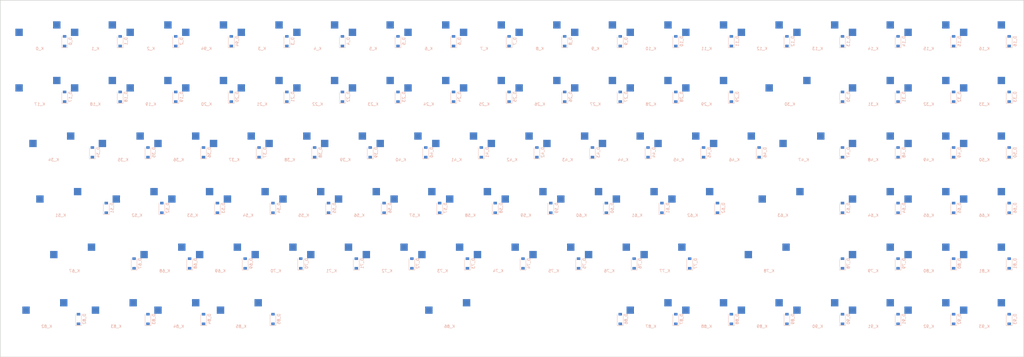
<source format=kicad_pcb>
(kicad_pcb (version 20240108) (generator "pcbnew") (generator_version "8.0")
  (layers (0 "F.Cu" signal) (31 "B.Cu" signal) (34 "B.Paste" user) (35 "F.Paste" user) (36 "B.SilkS" user "B.Silkscreen") (37 "F.SilkS" user "F.Silkscreen") (38 "B.Mask" user) (39 "F.Mask" user) (44 "Edge.Cuts" user))
  (net 0 "")
  (net 1 "col0")
  (net 2 "col1")
  (net 3 "col2")
  (net 4 "col3")
  (net 5 "col4")
  (net 6 "col5")
  (net 7 "col6")
  (net 8 "col7")
  (net 9 "col8")
  (net 10 "col9")
  (net 11 "col10")
  (net 12 "col11")
  (net 13 "col12")
  (net 14 "col13")
  (net 15 "col14")
  (net 16 "col15")
  (net 17 "col16")
  (net 18 "col17")
  (net 19 "row0")
  (net 20 "row1")
  (net 21 "row2")
  (net 22 "row3")
  (net 23 "row4")
  (net 24 "row5")
  (net 25 "Net-(D_0-A)")
  (net 26 "Net-(D_1-A)")
  (net 27 "Net-(D_2-A)")
  (net 28 "Net-(D_3-A)")
  (net 29 "Net-(D_4-A)")
  (net 30 "Net-(D_5-A)")
  (net 31 "Net-(D_6-A)")
  (net 32 "Net-(D_7-A)")
  (net 33 "Net-(D_8-A)")
  (net 34 "Net-(D_9-A)")
  (net 35 "Net-(D_10-A)")
  (net 36 "Net-(D_11-A)")
  (net 37 "Net-(D_12-A)")
  (net 38 "Net-(D_13-A)")
  (net 39 "Net-(D_14-A)")
  (net 40 "Net-(D_15-A)")
  (net 41 "Net-(D_16-A)")
  (net 42 "Net-(D_17-A)")
  (net 43 "Net-(D_18-A)")
  (net 44 "Net-(D_19-A)")
  (net 45 "Net-(D_20-A)")
  (net 46 "Net-(D_21-A)")
  (net 47 "Net-(D_22-A)")
  (net 48 "Net-(D_23-A)")
  (net 49 "Net-(D_24-A)")
  (net 50 "Net-(D_25-A)")
  (net 51 "Net-(D_26-A)")
  (net 52 "Net-(D_27-A)")
  (net 53 "Net-(D_28-A)")
  (net 54 "Net-(D_29-A)")
  (net 55 "Net-(D_30-A)")
  (net 56 "Net-(D_31-A)")
  (net 57 "Net-(D_32-A)")
  (net 58 "Net-(D_33-A)")
  (net 59 "Net-(D_34-A)")
  (net 60 "Net-(D_35-A)")
  (net 61 "Net-(D_36-A)")
  (net 62 "Net-(D_37-A)")
  (net 63 "Net-(D_38-A)")
  (net 64 "Net-(D_39-A)")
  (net 65 "Net-(D_40-A)")
  (net 66 "Net-(D_41-A)")
  (net 67 "Net-(D_42-A)")
  (net 68 "Net-(D_43-A)")
  (net 69 "Net-(D_44-A)")
  (net 70 "Net-(D_45-A)")
  (net 71 "Net-(D_46-A)")
  (net 72 "Net-(D_47-A)")
  (net 73 "Net-(D_48-A)")
  (net 74 "Net-(D_49-A)")
  (net 75 "Net-(D_50-A)")
  (net 76 "Net-(D_51-A)")
  (net 77 "Net-(D_52-A)")
  (net 78 "Net-(D_53-A)")
  (net 79 "Net-(D_54-A)")
  (net 80 "Net-(D_55-A)")
  (net 81 "Net-(D_56-A)")
  (net 82 "Net-(D_57-A)")
  (net 83 "Net-(D_58-A)")
  (net 84 "Net-(D_59-A)")
  (net 85 "Net-(D_60-A)")
  (net 86 "Net-(D_61-A)")
  (net 87 "Net-(D_62-A)")
  (net 88 "Net-(D_63-A)")
  (net 89 "Net-(D_64-A)")
  (net 90 "Net-(D_65-A)")
  (net 91 "Net-(D_66-A)")
  (net 92 "Net-(D_67-A)")
  (net 93 "Net-(D_68-A)")
  (net 94 "Net-(D_69-A)")
  (net 95 "Net-(D_70-A)")
  (net 96 "Net-(D_71-A)")
  (net 97 "Net-(D_72-A)")
  (net 98 "Net-(D_73-A)")
  (net 99 "Net-(D_74-A)")
  (net 100 "Net-(D_75-A)")
  (net 101 "Net-(D_76-A)")
  (net 102 "Net-(D_77-A)")
  (net 103 "Net-(D_78-A)")
  (net 104 "Net-(D_79-A)")
  (net 105 "Net-(D_80-A)")
  (net 106 "Net-(D_81-A)")
  (net 107 "Net-(D_82-A)")
  (net 108 "Net-(D_83-A)")
  (net 109 "Net-(D_84-A)")
  (net 110 "Net-(D_85-A)")
  (net 111 "Net-(D_86-A)")
  (net 112 "Net-(D_87-A)")
  (net 113 "Net-(D_88-A)")
  (net 114 "Net-(D_89-A)")
  (net 115 "Net-(D_90-A)")
  (net 116 "Net-(D_91-A)")
  (net 117 "Net-(D_92-A)")
  (net 118 "Net-(D_93-A)")
  (net 119 "Net-(D_94-A)")
  (footprint "MX_Only:MXOnly-1U-Hotswap" (layer "F.Cu") (at 163.085 45.44)
    (property "Reference" "K_4")
    (property "Value" "KEYSW")
  )
  (footprint "MX_Only:MXOnly-1U-Hotswap" (layer "F.Cu") (at 372.635 140.69)
    (property "Reference" "K_92")
    (property "Value" "KEYSW")
  )
  (footprint "MX_Only:MXOnly-1U-Hotswap" (layer "F.Cu") (at 391.685 140.69)
    (property "Reference" "K_93")
    (property "Value" "KEYSW")
  )
  (footprint "MX_Only:MXOnly-1U-Hotswap" (layer "F.Cu") (at 272.6225 102.59)
    (property "Reference" "K_61")
    (property "Value" "KEYSW")
  )
  (footprint "MX_Only:MXOnly-1U-Hotswap" (layer "F.Cu") (at 282.1475 121.64)
    (property "Reference" "K_77")
    (property "Value" "KEYSW")
  )
  (footprint "MX_Only:MXOnly-1U-Hotswap" (layer "F.Cu") (at 267.86 83.54)
    (property "Reference" "K_44")
    (property "Value" "KEYSW")
  )
  (footprint "MX_Only:MXOnly-1U-Hotswap" (layer "F.Cu") (at 124.985 64.49)
    (property "Reference" "K_20")
    (property "Value" "KEYSW")
  )
  (footprint "MX_Only:MXOnly-1U-Hotswap" (layer "F.Cu") (at 258.335 45.44)
    (property "Reference" "K_9")
    (property "Value" "KEYSW")
  )
  (footprint "MX_Only:MXOnly-1U-Hotswap" (layer "F.Cu") (at 239.285 64.49)
    (property "Reference" "K_26")
    (property "Value" "KEYSW")
  )
  (footprint "MX_Only:MXOnly-2.75U-Hotswap" (layer "F.Cu") (at 317.86625 121.64)
    (property "Reference" "K_78")
    (property "Value" "KEYSW")
  )
  (footprint "MX_Only:MXOnly-1U-Hotswap" (layer "F.Cu") (at 372.635 102.59)
    (property "Reference" "K_65")
    (property "Value" "KEYSW")
  )
  (footprint "MX_Only:MXOnly-1U-Hotswap" (layer "F.Cu") (at 158.3225 102.59)
    (property "Reference" "K_55")
    (property "Value" "KEYSW")
  )
  (footprint "MX_Only:MXOnly-1U-Hotswap" (layer "F.Cu") (at 182.135 64.49)
    (property "Reference" "K_23")
    (property "Value" "KEYSW")
  )
  (footprint "MX_Only:MXOnly-1U-Hotswap" (layer "F.Cu") (at 172.61 83.54)
    (property "Reference" "K_39")
    (property "Value" "KEYSW")
  )
  (footprint "MX_Only:MXOnly-6.25U-Hotswap" (layer "F.Cu") (at 208.32875 140.69)
    (property "Reference" "K_86")
    (property "Value" "KEYSW")
  )
  (footprint "MX_Only:MXOnly-1U-Hotswap" (layer "F.Cu") (at 144.035 64.49)
    (property "Reference" "K_21")
    (property "Value" "KEYSW")
  )
  (footprint "MX_Only:MXOnly-1U-Hotswap" (layer "F.Cu") (at 291.6725 102.59)
    (property "Reference" "K_62")
    (property "Value" "KEYSW")
  )
  (footprint "MX_Only:MXOnly-1U-Hotswap" (layer "F.Cu") (at 220.235 64.49)
    (property "Reference" "K_25")
    (property "Value" "KEYSW")
  )
  (footprint "MX_Only:MXOnly-1U-Hotswap" (layer "F.Cu") (at 229.76 83.54)
    (property "Reference" "K_42")
    (property "Value" "KEYSW")
  )
  (footprint "MX_Only:MXOnly-1U-Hotswap" (layer "F.Cu") (at 263.0975 121.64)
    (property "Reference" "K_76")
    (property "Value" "KEYSW")
  )
  (footprint "MX_Only:MXOnly-1U-Hotswap" (layer "F.Cu") (at 191.66 83.54)
    (property "Reference" "K_40")
    (property "Value" "KEYSW")
  )
  (footprint "MX_Only:MXOnly-1U-Hotswap" (layer "F.Cu") (at 101.1725 102.59)
    (property "Reference" "K_52")
    (property "Value" "KEYSW")
  )
  (footprint "MX_Only:MXOnly-1U-Hotswap" (layer "F.Cu") (at 124.985 45.44)
    (property "Reference" "K_94")
    (property "Value" "KEYSW")
  )
  (footprint "MX_Only:MXOnly-1U-Hotswap" (layer "F.Cu") (at 296.435 140.69)
    (property "Reference" "K_88")
    (property "Value" "KEYSW")
  )
  (footprint "MX_Only:MXOnly-1U-Hotswap" (layer "F.Cu") (at 315.485 45.44)
    (property "Reference" "K_12")
    (property "Value" "KEYSW")
  )
  (footprint "MX_Only:MXOnly-2.25U-Hotswap" (layer "F.Cu") (at 79.74125 121.64)
    (property "Reference" "K_67")
    (property "Value" "KEYSW")
  )
  (footprint "MX_Only:MXOnly-1U-Hotswap" (layer "F.Cu") (at 253.5725 102.59)
    (property "Reference" "K_60")
    (property "Value" "KEYSW")
  )
  (footprint "MX_Only:MXOnly-1U-Hotswap" (layer "F.Cu") (at 201.185 64.49)
    (property "Reference" "K_24")
    (property "Value" "KEYSW")
  )
  (footprint "MX_Only:MXOnly-1U-Hotswap" (layer "F.Cu") (at 186.8975 121.64)
    (property "Reference" "K_72")
    (property "Value" "KEYSW")
  )
  (footprint "MX_Only:MXOnly-1U-Hotswap" (layer "F.Cu") (at 120.2225 102.59)
    (property "Reference" "K_53")
    (property "Value" "KEYSW")
  )
  (footprint "MX_Only:MXOnly-1U-Hotswap" (layer "F.Cu") (at 215.4725 102.59)
    (property "Reference" "K_58")
    (property "Value" "KEYSW")
  )
  (footprint "MX_Only:MXOnly-1U-Hotswap" (layer "F.Cu") (at 391.685 45.44)
    (property "Reference" "K_16")
    (property "Value" "KEYSW")
  )
  (footprint "MX_Only:MXOnly-1U-Hotswap" (layer "F.Cu") (at 210.71 83.54)
    (property "Reference" "K_41")
    (property "Value" "KEYSW")
  )
  (footprint "MX_Only:MXOnly-1U-Hotswap" (layer "F.Cu") (at 67.835 64.49)
    (property "Reference" "K_17")
    (property "Value" "KEYSW")
  )
  (footprint "MX_Only:MXOnly-1U-Hotswap" (layer "F.Cu") (at 67.835 45.44)
    (property "Reference" "K_0")
    (property "Value" "KEYSW")
  )
  (footprint "MX_Only:MXOnly-1U-Hotswap" (layer "F.Cu") (at 353.585 45.44)
    (property "Reference" "K_14")
    (property "Value" "KEYSW")
  )
  (footprint "MX_Only:MXOnly-1U-Hotswap" (layer "F.Cu") (at 105.935 45.44)
    (property "Reference" "K_2")
    (property "Value" "KEYSW")
  )
  (footprint "MX_Only:MXOnly-1U-Hotswap" (layer "F.Cu") (at 334.535 45.44)
    (property "Reference" "K_13")
    (property "Value" "KEYSW")
  )
  (footprint "MX_Only:MXOnly-1.25U-Hotswap" (layer "F.Cu") (at 94.02875 140.69)
    (property "Reference" "K_83")
    (property "Value" "KEYSW")
  )
  (footprint "MX_Only:MXOnly-1U-Hotswap" (layer "F.Cu") (at 234.5225 102.59)
    (property "Reference" "K_59")
    (property "Value" "KEYSW")
  )
  (footprint "MX_Only:MXOnly-1U-Hotswap" (layer "F.Cu") (at 334.535 140.69)
    (property "Reference" "K_90")
    (property "Value" "KEYSW")
  )
  (footprint "MX_Only:MXOnly-1U-Hotswap" (layer "F.Cu") (at 148.7975 121.64)
    (property "Reference" "K_70")
    (property "Value" "KEYSW")
  )
  (footprint "MX_Only:MXOnly-1U-Hotswap" (layer "F.Cu") (at 115.46 83.54)
    (property "Reference" "K_36")
    (property "Value" "KEYSW")
  )
  (footprint "MX_Only:MXOnly-1U-Hotswap" (layer "F.Cu") (at 286.91 83.54)
    (property "Reference" "K_45")
    (property "Value" "KEYSW")
  )
  (footprint "MX_Only:MXOnly-1U-Hotswap" (layer "F.Cu") (at 305.96 83.54)
    (property "Reference" "K_46")
    (property "Value" "KEYSW")
  )
  (footprint "MX_Only:MXOnly-1.25U-Hotswap" (layer "F.Cu") (at 70.21625 140.69)
    (property "Reference" "K_82")
    (property "Value" "KEYSW")
  )
  (footprint "MX_Only:MXOnly-1U-Hotswap" (layer "F.Cu") (at 391.685 64.49)
    (property "Reference" "K_33")
    (property "Value" "KEYSW")
  )
  (footprint "MX_Only:MXOnly-1U-Hotswap" (layer "F.Cu") (at 167.8475 121.64)
    (property "Reference" "K_71")
    (property "Value" "KEYSW")
  )
  (footprint "MX_Only:MXOnly-1U-Hotswap" (layer "F.Cu") (at 353.585 121.64)
    (property "Reference" "K_79")
    (property "Value" "KEYSW")
  )
  (footprint "MX_Only:MXOnly-1U-Hotswap" (layer "F.Cu") (at 86.885 45.44)
    (property "Reference" "K_1")
    (property "Value" "KEYSW")
  )
  (footprint "MX_Only:MXOnly-1U-Hotswap" (layer "F.Cu") (at 372.635 45.44)
    (property "Reference" "K_15")
    (property "Value" "KEYSW")
  )
  (footprint "MX_Only:MXOnly-1U-Hotswap" (layer "F.Cu") (at 391.685 102.59)
    (property "Reference" "K_66")
    (property "Value" "KEYSW")
  )
  (footprint "MX_Only:MXOnly-1U-Hotswap" (layer "F.Cu") (at 244.0475 121.64)
    (property "Reference" "K_75")
    (property "Value" "KEYSW")
  )
  (footprint "MX_Only:MXOnly-1.5U-Hotswap" (layer "F.Cu") (at 72.5975 83.54)
    (property "Reference" "K_34")
    (property "Value" "KEYSW")
  )
  (footprint "MX_Only:MXOnly-1.5U-Hotswap" (layer "F.Cu") (at 329.7725 83.54)
    (property "Reference" "K_47")
    (property "Value" "KEYSW")
  )
  (footprint "MX_Only:MXOnly-1U-Hotswap" (layer "F.Cu") (at 296.435 64.49)
    (property "Reference" "K_29")
    (property "Value" "KEYSW")
  )
  (footprint "MX_Only:MXOnly-1U-Hotswap" (layer "F.Cu") (at 315.485 140.69)
    (property "Reference" "K_89")
    (property "Value" "KEYSW")
  )
  (footprint "MX_Only:MXOnly-1U-Hotswap" (layer "F.Cu") (at 134.51 83.54)
    (property "Reference" "K_37")
    (property "Value" "KEYSW")
  )
  (footprint "MX_Only:MXOnly-1U-Hotswap" (layer "F.Cu") (at 353.585 140.69)
    (property "Reference" "K_91")
    (property "Value" "KEYSW")
  )
  (footprint "MX_Only:MXOnly-1U-Hotswap" (layer "F.Cu") (at 372.635 83.54)
    (property "Reference" "K_49")
    (property "Value" "KEYSW")
  )
  (footprint "MX_Only:MXOnly-1U-Hotswap" (layer "F.Cu") (at 353.585 64.49)
    (property "Reference" "K_31")
    (property "Value" "KEYSW")
  )
  (footprint "MX_Only:MXOnly-2.25U-Hotswap" (layer "F.Cu") (at 322.62875 102.59)
    (property "Reference" "K_63")
    (property "Value" "KEYSW")
  )
  (footprint "MX_Only:MXOnly-1U-Hotswap" (layer "F.Cu") (at 144.035 45.44)
    (property "Reference" "K_3")
    (property "Value" "KEYSW")
  )
  (footprint "MX_Only:MXOnly-1U-Hotswap" (layer "F.Cu") (at 96.41 83.54)
    (property "Reference" "K_35")
    (property "Value" "KEYSW")
  )
  (footprint "MX_Only:MXOnly-1U-Hotswap" (layer "F.Cu") (at 177.3725 102.59)
    (property "Reference" "K_56")
    (property "Value" "KEYSW")
  )
  (footprint "MX_Only:MXOnly-1U-Hotswap" (layer "F.Cu") (at 277.385 140.69)
    (property "Reference" "K_87")
    (property "Value" "KEYSW")
  )
  (footprint "MX_Only:MXOnly-1U-Hotswap" (layer "F.Cu") (at 258.335 64.49)
    (property "Reference" "K_27")
    (property "Value" "KEYSW")
  )
  (footprint "MX_Only:MXOnly-1U-Hotswap" (layer "F.Cu") (at 296.435 45.44)
    (property "Reference" "K_11")
    (property "Value" "KEYSW")
  )
  (footprint "MX_Only:MXOnly-1U-Hotswap" (layer "F.Cu") (at 248.81 83.54)
    (property "Reference" "K_43")
    (property "Value" "KEYSW")
  )
  (footprint "MX_Only:MXOnly-1U-Hotswap" (layer "F.Cu") (at 153.56 83.54)
    (property "Reference" "K_38")
    (property "Value" "KEYSW")
  )
  (footprint "MX_Only:MXOnly-1U-Hotswap" (layer "F.Cu") (at 163.085 64.49)
    (property "Reference" "K_22")
    (property "Value" "KEYSW")
  )
  (footprint "MX_Only:MXOnly-1U-Hotswap" (layer "F.Cu") (at 86.885 64.49)
    (property "Reference" "K_18")
    (property "Value" "KEYSW")
  )
  (footprint "MX_Only:MXOnly-1U-Hotswap" (layer "F.Cu") (at 353.585 102.59)
    (property "Reference" "K_64")
    (property "Value" "KEYSW")
  )
  (footprint "MX_Only:MXOnly-1U-Hotswap" (layer "F.Cu") (at 391.685 83.54)
    (property "Reference" "K_50")
    (property "Value" "KEYSW")
  )
  (footprint "MX_Only:MXOnly-1U-Hotswap" (layer "F.Cu") (at 277.385 64.49)
    (property "Reference" "K_28")
    (property "Value" "KEYSW")
  )
  (footprint "MX_Only:MXOnly-1.75U-Hotswap" (layer "F.Cu") (at 74.97875 102.59)
    (property "Reference" "K_51")
    (property "Value" "KEYSW")
  )
  (footprint "MX_Only:MXOnly-1U-Hotswap" (layer "F.Cu") (at 353.585 83.54)
    (property "Reference" "K_48")
    (property "Value" "KEYSW")
  )
  (footprint "MX_Only:MXOnly-1U-Hotswap" (layer "F.Cu") (at 115.46 140.69)
    (property "Reference" "K_84")
    (property "Value" "KEYSW")
  )
  (footprint "MX_Only:MXOnly-1U-Hotswap" (layer "F.Cu") (at 220.235 45.44)
    (property "Reference" "K_7")
    (property "Value" "KEYSW")
  )
  (footprint "MX_Only:MXOnly-1U-Hotswap" (layer "F.Cu") (at 139.2725 102.59)
    (property "Reference" "K_54")
    (property "Value" "KEYSW")
  )
  (footprint "MX_Only:MXOnly-1U-Hotswap" (layer "F.Cu") (at 182.135 45.44)
    (property "Reference" "K_5")
    (property "Value" "KEYSW")
  )
  (footprint "MX_Only:MXOnly-1U-Hotswap" (layer "F.Cu") (at 129.7475 121.64)
    (property "Reference" "K_69")
    (property "Value" "KEYSW")
  )
  (footprint "MX_Only:MXOnly-1U-Hotswap" (layer "F.Cu") (at 105.935 64.49)
    (property "Reference" "K_19")
    (property "Value" "KEYSW")
  )
  (footprint "MX_Only:MXOnly-2U-Hotswap" (layer "F.Cu") (at 325.01 64.49)
    (property "Reference" "K_30")
    (property "Value" "KEYSW")
  )
  (footprint "MX_Only:MXOnly-1U-Hotswap" (layer "F.Cu") (at 224.9975 121.64)
    (property "Reference" "K_74")
    (property "Value" "KEYSW")
  )
  (footprint "MX_Only:MXOnly-1U-Hotswap" (layer "F.Cu") (at 110.6975 121.64)
    (property "Reference" "K_68")
    (property "Value" "KEYSW")
  )
  (footprint "MX_Only:MXOnly-1U-Hotswap" (layer "F.Cu") (at 205.9475 121.64)
    (property "Reference" "K_73")
    (property "Value" "KEYSW")
  )
  (footprint "MX_Only:MXOnly-1U-Hotswap" (layer "F.Cu") (at 372.635 121.64)
    (property "Reference" "K_80")
    (property "Value" "KEYSW")
  )
  (footprint "MX_Only:MXOnly-1U-Hotswap" (layer "F.Cu") (at 277.385 45.44)
    (property "Reference" "K_10")
    (property "Value" "KEYSW")
  )
  (footprint "MX_Only:MXOnly-1U-Hotswap" (layer "F.Cu") (at 196.4225 102.59)
    (property "Reference" "K_57")
    (property "Value" "KEYSW")
  )
  (footprint "MX_Only:MXOnly-1U-Hotswap" (layer "F.Cu") (at 239.285 45.44)
    (property "Reference" "K_8")
    (property "Value" "KEYSW")
  )
  (footprint "MX_Only:MXOnly-1U-Hotswap" (layer "F.Cu") (at 372.635 64.49)
    (property "Reference" "K_32")
    (property "Value" "KEYSW")
  )
  (footprint "MX_Only:MXOnly-1U-Hotswap" (layer "F.Cu") (at 391.685 121.64)
    (property "Reference" "K_81")
    (property "Value" "KEYSW")
  )
  (footprint "MX_Only:MXOnly-1.25U-Hotswap" (layer "F.Cu") (at 136.89125 140.69)
    (property "Reference" "K_85")
    (property "Value" "KEYSW")
  )
  (footprint "MX_Only:MXOnly-1U-Hotswap" (layer "F.Cu") (at 201.185 45.44)
    (property "Reference" "K_6")
    (property "Value" "KEYSW")
  )
  (footprint "Diode_SMD:D_SOD-123" (layer "B.Cu") (at 266.86 64.99 90)
    (property "Reference" "D_27")
    (property "Value" "D")
  )
  (footprint "Diode_SMD:D_SOD-123" (layer "B.Cu") (at 171.61 45.94 90)
    (property "Reference" "D_4")
    (property "Value" "D")
  )
  (footprint "Diode_SMD:D_SOD-123" (layer "B.Cu") (at 200.185 84.04 90)
    (property "Reference" "D_40")
    (property "Value" "D")
  )
  (footprint "Diode_SMD:D_SOD-123" (layer "B.Cu") (at 285.91 141.19 90)
    (property "Reference" "D_87")
    (property "Value" "D")
  )
  (footprint "Diode_SMD:D_SOD-123" (layer "B.Cu") (at 81.1225 141.19 90)
    (property "Reference" "D_82")
    (property "Value" "D")
  )
  (footprint "Diode_SMD:D_SOD-123" (layer "B.Cu") (at 400.21 103.09 90)
    (property "Reference" "D_66")
    (property "Value" "D")
  )
  (footprint "Diode_SMD:D_SOD-123" (layer "B.Cu") (at 400.21 84.04 90)
    (property "Reference" "D_50")
    (property "Value" "D")
  )
  (footprint "Diode_SMD:D_SOD-123" (layer "B.Cu") (at 185.8975 103.09 90)
    (property "Reference" "D_56")
    (property "Value" "D")
  )
  (footprint "Diode_SMD:D_SOD-123" (layer "B.Cu") (at 324.01 45.94 90)
    (property "Reference" "D_12")
    (property "Value" "D")
  )
  (footprint "Diode_SMD:D_SOD-123" (layer "B.Cu") (at 343.06 64.99 90)
    (property "Reference" "D_30")
    (property "Value" "D")
  )
  (footprint "Diode_SMD:D_SOD-123" (layer "B.Cu") (at 133.51 64.99 90)
    (property "Reference" "D_20")
    (property "Value" "D")
  )
  (footprint "Diode_SMD:D_SOD-123" (layer "B.Cu") (at 343.06 84.04 90)
    (property "Reference" "D_47")
    (property "Value" "D")
  )
  (footprint "Diode_SMD:D_SOD-123" (layer "B.Cu") (at 123.985 84.04 90)
    (property "Reference" "D_36")
    (property "Value" "D")
  )
  (footprint "Diode_SMD:D_SOD-123" (layer "B.Cu") (at 90.6475 103.09 90)
    (property "Reference" "D_51")
    (property "Value" "D")
  )
  (footprint "Diode_SMD:D_SOD-123" (layer "B.Cu") (at 247.81 45.94 90)
    (property "Reference" "D_8")
    (property "Value" "D")
  )
  (footprint "Diode_SMD:D_SOD-123" (layer "B.Cu") (at 381.16 141.19 90)
    (property "Reference" "D_92")
    (property "Value" "D")
  )
  (footprint "Diode_SMD:D_SOD-123" (layer "B.Cu") (at 157.3225 122.14 90)
    (property "Reference" "D_70")
    (property "Value" "D")
  )
  (footprint "Diode_SMD:D_SOD-123" (layer "B.Cu") (at 381.16 84.04 90)
    (property "Reference" "D_49")
    (property "Value" "D")
  )
  (footprint "Diode_SMD:D_SOD-123" (layer "B.Cu") (at 152.56 45.94 90)
    (property "Reference" "D_3")
    (property "Value" "D")
  )
  (footprint "Diode_SMD:D_SOD-123" (layer "B.Cu") (at 85.885 84.04 90)
    (property "Reference" "D_34")
    (property "Value" "D")
  )
  (footprint "Diode_SMD:D_SOD-123" (layer "B.Cu") (at 271.6225 122.14 90)
    (property "Reference" "D_76")
    (property "Value" "D")
  )
  (footprint "Diode_SMD:D_SOD-123" (layer "B.Cu") (at 104.935 84.04 90)
    (property "Reference" "D_35")
    (property "Value" "D")
  )
  (footprint "Diode_SMD:D_SOD-123" (layer "B.Cu") (at 304.96 64.99 90)
    (property "Reference" "D_29")
    (property "Value" "D")
  )
  (footprint "Diode_SMD:D_SOD-123" (layer "B.Cu") (at 300.1975 103.09 90)
    (property "Reference" "D_62")
    (property "Value" "D")
  )
  (footprint "Diode_SMD:D_SOD-123" (layer "B.Cu") (at 314.485 84.04 90)
    (property "Reference" "D_46")
    (property "Value" "D")
  )
  (footprint "Diode_SMD:D_SOD-123" (layer "B.Cu") (at 362.11 45.94 90)
    (property "Reference" "D_14")
    (property "Value" "D")
  )
  (footprint "Diode_SMD:D_SOD-123" (layer "B.Cu") (at 362.11 141.19 90)
    (property "Reference" "D_91")
    (property "Value" "D")
  )
  (footprint "Diode_SMD:D_SOD-123" (layer "B.Cu") (at 123.985 141.19 90)
    (property "Reference" "D_84")
    (property "Value" "D")
  )
  (footprint "Diode_SMD:D_SOD-123" (layer "B.Cu") (at 128.7475 103.09 90)
    (property "Reference" "D_53")
    (property "Value" "D")
  )
  (footprint "Diode_SMD:D_SOD-123" (layer "B.Cu") (at 114.46 64.99 90)
    (property "Reference" "D_19")
    (property "Value" "D")
  )
  (footprint "Diode_SMD:D_SOD-123" (layer "B.Cu") (at 381.16 103.09 90)
    (property "Reference" "D_65")
    (property "Value" "D")
  )
  (footprint "Diode_SMD:D_SOD-123" (layer "B.Cu") (at 204.9475 103.09 90)
    (property "Reference" "D_57")
    (property "Value" "D")
  )
  (footprint "Diode_SMD:D_SOD-123" (layer "B.Cu") (at 162.085 84.04 90)
    (property "Reference" "D_38")
    (property "Value" "D")
  )
  (footprint "Diode_SMD:D_SOD-123" (layer "B.Cu") (at 76.36 45.94 90)
    (property "Reference" "D_0")
    (property "Value" "D")
  )
  (footprint "Diode_SMD:D_SOD-123" (layer "B.Cu") (at 285.91 45.94 90)
    (property "Reference" "D_10")
    (property "Value" "D")
  )
  (footprint "Diode_SMD:D_SOD-123" (layer "B.Cu") (at 147.7975 103.09 90)
    (property "Reference" "D_54")
    (property "Value" "D")
  )
  (footprint "Diode_SMD:D_SOD-123" (layer "B.Cu") (at 343.06 103.09 90)
    (property "Reference" "D_63")
    (property "Value" "D")
  )
  (footprint "Diode_SMD:D_SOD-123" (layer "B.Cu") (at 381.16 122.14 90)
    (property "Reference" "D_80")
    (property "Value" "D")
  )
  (footprint "Diode_SMD:D_SOD-123" (layer "B.Cu") (at 304.96 45.94 90)
    (property "Reference" "D_11")
    (property "Value" "D")
  )
  (footprint "Diode_SMD:D_SOD-123" (layer "B.Cu") (at 95.41 45.94 90)
    (property "Reference" "D_1")
    (property "Value" "D")
  )
  (footprint "Diode_SMD:D_SOD-123" (layer "B.Cu") (at 343.06 141.19 90)
    (property "Reference" "D_90")
    (property "Value" "D")
  )
  (footprint "Diode_SMD:D_SOD-123" (layer "B.Cu") (at 276.385 84.04 90)
    (property "Reference" "D_44")
    (property "Value" "D")
  )
  (footprint "Diode_SMD:D_SOD-123" (layer "B.Cu") (at 362.11 64.99 90)
    (property "Reference" "D_31")
    (property "Value" "D")
  )
  (footprint "Diode_SMD:D_SOD-123" (layer "B.Cu") (at 343.06 45.94 90)
    (property "Reference" "D_13")
    (property "Value" "D")
  )
  (footprint "Diode_SMD:D_SOD-123" (layer "B.Cu") (at 281.1475 103.09 90)
    (property "Reference" "D_61")
    (property "Value" "D")
  )
  (footprint "Diode_SMD:D_SOD-123" (layer "B.Cu") (at 209.71 64.99 90)
    (property "Reference" "D_24")
    (property "Value" "D")
  )
  (footprint "Diode_SMD:D_SOD-123" (layer "B.Cu") (at 400.21 45.94 90)
    (property "Reference" "D_16")
    (property "Value" "D")
  )
  (footprint "Diode_SMD:D_SOD-123" (layer "B.Cu") (at 76.36 64.99 90)
    (property "Reference" "D_17")
    (property "Value" "D")
  )
  (footprint "Diode_SMD:D_SOD-123" (layer "B.Cu") (at 219.235 84.04 90)
    (property "Reference" "D_41")
    (property "Value" "D")
  )
  (footprint "Diode_SMD:D_SOD-123" (layer "B.Cu") (at 190.66 45.94 90)
    (property "Reference" "D_5")
    (property "Value" "D")
  )
  (footprint "Diode_SMD:D_SOD-123" (layer "B.Cu") (at 290.6725 122.14 90)
    (property "Reference" "D_77")
    (property "Value" "D")
  )
  (footprint "Diode_SMD:D_SOD-123" (layer "B.Cu") (at 362.11 103.09 90)
    (property "Reference" "D_64")
    (property "Value" "D")
  )
  (footprint "Diode_SMD:D_SOD-123" (layer "B.Cu") (at 243.0475 103.09 90)
    (property "Reference" "D_59")
    (property "Value" "D")
  )
  (footprint "Diode_SMD:D_SOD-123" (layer "B.Cu") (at 247.81 64.99 90)
    (property "Reference" "D_26")
    (property "Value" "D")
  )
  (footprint "Diode_SMD:D_SOD-123" (layer "B.Cu") (at 190.66 64.99 90)
    (property "Reference" "D_23")
    (property "Value" "D")
  )
  (footprint "Diode_SMD:D_SOD-123" (layer "B.Cu") (at 166.8475 103.09 90)
    (property "Reference" "D_55")
    (property "Value" "D")
  )
  (footprint "Diode_SMD:D_SOD-123" (layer "B.Cu") (at 252.5725 122.14 90)
    (property "Reference" "D_75")
    (property "Value" "D")
  )
  (footprint "Diode_SMD:D_SOD-123" (layer "B.Cu") (at 238.285 84.04 90)
    (property "Reference" "D_42")
    (property "Value" "D")
  )
  (footprint "Diode_SMD:D_SOD-123" (layer "B.Cu") (at 181.135 84.04 90)
    (property "Reference" "D_39")
    (property "Value" "D")
  )
  (footprint "Diode_SMD:D_SOD-123" (layer "B.Cu") (at 176.3725 122.14 90)
    (property "Reference" "D_71")
    (property "Value" "D")
  )
  (footprint "Diode_SMD:D_SOD-123" (layer "B.Cu") (at 214.4725 122.14 90)
    (property "Reference" "D_73")
    (property "Value" "D")
  )
  (footprint "Diode_SMD:D_SOD-123" (layer "B.Cu") (at 171.61 64.99 90)
    (property "Reference" "D_22")
    (property "Value" "D")
  )
  (footprint "Diode_SMD:D_SOD-123" (layer "B.Cu") (at 362.11 122.14 90)
    (property "Reference" "D_79")
    (property "Value" "D")
  )
  (footprint "Diode_SMD:D_SOD-123" (layer "B.Cu") (at 109.6975 103.09 90)
    (property "Reference" "D_52")
    (property "Value" "D")
  )
  (footprint "Diode_SMD:D_SOD-123" (layer "B.Cu") (at 209.71 45.94 90)
    (property "Reference" "D_6")
    (property "Value" "D")
  )
  (footprint "Diode_SMD:D_SOD-123" (layer "B.Cu") (at 324.01 141.19 90)
    (property "Reference" "D_89")
    (property "Value" "D")
  )
  (footprint "Diode_SMD:D_SOD-123" (layer "B.Cu") (at 104.935 141.19 90)
    (property "Reference" "D_83")
    (property "Value" "D")
  )
  (footprint "Diode_SMD:D_SOD-123" (layer "B.Cu") (at 152.56 64.99 90)
    (property "Reference" "D_21")
    (property "Value" "D")
  )
  (footprint "Diode_SMD:D_SOD-123" (layer "B.Cu") (at 266.86 141.19 90)
    (property "Reference" "D_86")
    (property "Value" "D")
  )
  (footprint "Diode_SMD:D_SOD-123" (layer "B.Cu") (at 295.435 84.04 90)
    (property "Reference" "D_45")
    (property "Value" "D")
  )
  (footprint "Diode_SMD:D_SOD-123" (layer "B.Cu") (at 119.2225 122.14 90)
    (property "Reference" "D_68")
    (property "Value" "D")
  )
  (footprint "Diode_SMD:D_SOD-123" (layer "B.Cu") (at 223.9975 103.09 90)
    (property "Reference" "D_58")
    (property "Value" "D")
  )
  (footprint "Diode_SMD:D_SOD-123" (layer "B.Cu") (at 362.11 84.04 90)
    (property "Reference" "D_48")
    (property "Value" "D")
  )
  (footprint "Diode_SMD:D_SOD-123" (layer "B.Cu") (at 262.0975 103.09 90)
    (property "Reference" "D_60")
    (property "Value" "D")
  )
  (footprint "Diode_SMD:D_SOD-123" (layer "B.Cu") (at 400.21 64.99 90)
    (property "Reference" "D_33")
    (property "Value" "D")
  )
  (footprint "Diode_SMD:D_SOD-123" (layer "B.Cu") (at 147.7975 141.19 90)
    (property "Reference" "D_85")
    (property "Value" "D")
  )
  (footprint "Diode_SMD:D_SOD-123" (layer "B.Cu") (at 95.41 64.99 90)
    (property "Reference" "D_18")
    (property "Value" "D")
  )
  (footprint "Diode_SMD:D_SOD-123" (layer "B.Cu") (at 400.21 122.14 90)
    (property "Reference" "D_81")
    (property "Value" "D")
  )
  (footprint "Diode_SMD:D_SOD-123" (layer "B.Cu") (at 266.86 45.94 90)
    (property "Reference" "D_9")
    (property "Value" "D")
  )
  (footprint "Diode_SMD:D_SOD-123" (layer "B.Cu") (at 304.96 141.19 90)
    (property "Reference" "D_88")
    (property "Value" "D")
  )
  (footprint "Diode_SMD:D_SOD-123" (layer "B.Cu") (at 228.76 45.94 90)
    (property "Reference" "D_7")
    (property "Value" "D")
  )
  (footprint "Diode_SMD:D_SOD-123" (layer "B.Cu") (at 233.5225 122.14 90)
    (property "Reference" "D_74")
    (property "Value" "D")
  )
  (footprint "Diode_SMD:D_SOD-123" (layer "B.Cu") (at 228.76 64.99 90)
    (property "Reference" "D_25")
    (property "Value" "D")
  )
  (footprint "Diode_SMD:D_SOD-123" (layer "B.Cu") (at 381.16 64.99 90)
    (property "Reference" "D_32")
    (property "Value" "D")
  )
  (footprint "Diode_SMD:D_SOD-123" (layer "B.Cu") (at 114.46 45.94 90)
    (property "Reference" "D_2")
    (property "Value" "D")
  )
  (footprint "Diode_SMD:D_SOD-123" (layer "B.Cu") (at 343.06 122.14 90)
    (property "Reference" "D_78")
    (property "Value" "D")
  )
  (footprint "Diode_SMD:D_SOD-123" (layer "B.Cu") (at 100.1725 122.14 90)
    (property "Reference" "D_67")
    (property "Value" "D")
  )
  (footprint "Diode_SMD:D_SOD-123" (layer "B.Cu") (at 195.4225 122.14 90)
    (property "Reference" "D_72")
    (property "Value" "D")
  )
  (footprint "Diode_SMD:D_SOD-123" (layer "B.Cu") (at 381.16 45.94 90)
    (property "Reference" "D_15")
    (property "Value" "D")
  )
  (footprint "Diode_SMD:D_SOD-123" (layer "B.Cu") (at 138.2725 122.14 90)
    (property "Reference" "D_69")
    (property "Value" "D")
  )
  (footprint "Diode_SMD:D_SOD-123" (layer "B.Cu") (at 285.91 64.99 90)
    (property "Reference" "D_28")
    (property "Value" "D")
  )
  (footprint "Diode_SMD:D_SOD-123" (layer "B.Cu") (at 400.21 141.19 90)
    (property "Reference" "D_93")
    (property "Value" "D")
  )
  (footprint "Diode_SMD:D_SOD-123" (layer "B.Cu") (at 257.335 84.04 90)
    (property "Reference" "D_43")
    (property "Value" "D")
  )
  (footprint "Diode_SMD:D_SOD-123" (layer "B.Cu") (at 133.51 45.94 90)
    (property "Reference" "D_94")
    (property "Value" "D")
  )
  (footprint "Diode_SMD:D_SOD-123" (layer "B.Cu") (at 143.035 84.04 90)
    (property "Reference" "D_37")
    (property "Value" "D")
  )
  (gr_line (start 54.31 31.915) (end 405.21 31.915) (stroke (width 0.2)) (layer "Edge.Cuts"))
  (gr_arc (start 54.31 31.915) (mid 54.31 31.915) (end 54.31 31.915) (stroke (width 0.2)) (layer "Edge.Cuts"))
  (gr_line (start 405.21 154.215) (end 54.31 154.215) (stroke (width 0.2)) (layer "Edge.Cuts"))
  (gr_arc (start 54.31 154.215) (mid 54.31 154.215) (end 54.31 154.215) (stroke (width 0.2)) (layer "Edge.Cuts"))
  (gr_arc (start 405.21 154.215) (mid 405.21 154.215) (end 405.21 154.215) (stroke (width 0.2)) (layer "Edge.Cuts"))
  (gr_line (start 405.21 31.915) (end 405.21 154.215) (stroke (width 0.2)) (layer "Edge.Cuts"))
  (gr_line (start 54.31 154.215) (end 54.31 31.915) (stroke (width 0.2)) (layer "Edge.Cuts"))
  (gr_arc (start 405.21 31.915) (mid 405.21 31.915) (end 405.21 31.915) (stroke (width 0.2)) (layer "Edge.Cuts"))
  (segment (start 304.7411 143.0589) (end 304.96 142.84) (width 0.25) (layer "B.Cu") (net 24))
  (segment (start 267.235 142.84) (end 267.4539 143.0589) (width 0.25) (layer "B.Cu") (net 24))
  (segment (start 400.21 142.84) (end 399.9911 143.0589) (width 0.25) (layer "B.Cu") (net 24))
  (segment (start 323.7911 143.0589) (end 324.01 142.84) (width 0.25) (layer "B.Cu") (net 24))
  (segment (start 343.06 142.84) (end 343.2789 143.0589) (width 0.25) (layer "B.Cu") (net 24))
  (segment (start 147.7975 142.84) (end 148.0164 143.0589) (width 0.25) (layer "B.Cu") (net 24))
  (segment (start 324.01 142.84) (end 324.2289 143.0589) (width 0.25) (layer "B.Cu") (net 24))
  (segment (start 361.8911 143.0589) (end 362.11 142.84) (width 0.25) (layer "B.Cu") (net 24))
  (segment (start 123.7661 143.0589) (end 123.985 142.84) (width 0.25) (layer "B.Cu") (net 24))
  (segment (start 123.985 142.84) (end 124.235 142.84) (width 0.25) (layer "B.Cu") (net 24))
  (segment (start 104.7161 143.0589) (end 104.935 142.84) (width 0.25) (layer "B.Cu") (net 24))
  (segment (start 381.3789 143.0589) (end 381.16 142.84) (width 0.25) (layer "B.Cu") (net 24))
  (segment (start 380.9411 143.0589) (end 381.16 142.84) (width 0.25) (layer "B.Cu") (net 24))
  (segment (start 304.96 142.84) (end 305.1789 143.0589) (width 0.25) (layer "B.Cu") (net 24))
  (segment (start 266.86 142.84) (end 267.235 142.84) (width 0.25) (layer "B.Cu") (net 24))
  (segment (start 266.6411 143.0589) (end 266.86 142.84) (width 0.25) (layer "B.Cu") (net 24))
  (segment (start 104.935 142.84) (end 105.1539 143.0589) (width 0.25) (layer "B.Cu") (net 24))
  (segment (start 124.235 142.84) (end 124.4539 143.0589) (width 0.25) (layer "B.Cu") (net 24))
  (segment (start 342.8411 143.0589) (end 343.06 142.84) (width 0.25) (layer "B.Cu") (net 24))
  (segment (start 81.1225 142.84) (end 81.3414 143.0589) (width 0.25) (layer "B.Cu") (net 24))
  (segment (start 362.11 142.84) (end 362.3289 143.0589) (width 0.25) (layer "B.Cu") (net 24))
  (segment (start 147.5786 143.0589) (end 147.7975 142.84) (width 0.25) (layer "B.Cu") (net 24))
  (segment (start 285.91 142.84) (end 286.1289 143.0589) (width 0.25) (layer "B.Cu") (net 24))
  (segment (start 285.6911 143.0589) (end 285.91 142.84) (width 0.25) (layer "B.Cu") (net 24))
)
</source>
